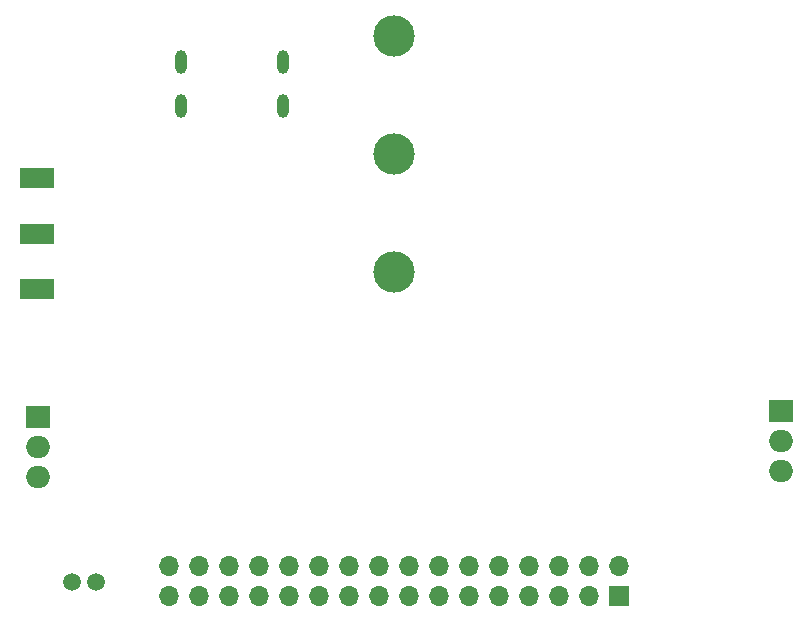
<source format=gbr>
%TF.GenerationSoftware,KiCad,Pcbnew,9.0.0*%
%TF.CreationDate,2025-04-06T21:49:30+02:00*%
%TF.ProjectId,_autosave-Innocent_schematic_without_fuse,5f617574-6f73-4617-9665-2d496e6e6f63,rev?*%
%TF.SameCoordinates,Original*%
%TF.FileFunction,Soldermask,Bot*%
%TF.FilePolarity,Negative*%
%FSLAX46Y46*%
G04 Gerber Fmt 4.6, Leading zero omitted, Abs format (unit mm)*
G04 Created by KiCad (PCBNEW 9.0.0) date 2025-04-06 21:49:30*
%MOMM*%
%LPD*%
G01*
G04 APERTURE LIST*
%ADD10C,3.500000*%
%ADD11C,1.508000*%
%ADD12R,3.000000X1.800000*%
%ADD13R,2.000000X1.905000*%
%ADD14O,2.000000X1.905000*%
%ADD15O,1.000000X2.000000*%
%ADD16R,1.700000X1.700000*%
%ADD17O,1.700000X1.700000*%
G04 APERTURE END LIST*
D10*
%TO.C,H3*%
X146180000Y-71200000D03*
%TD*%
D11*
%TO.C,P2*%
X119000000Y-107500000D03*
X121000000Y-107500000D03*
%TD*%
D12*
%TO.C,SW1*%
X116000000Y-73300000D03*
X116000000Y-78000000D03*
X116000000Y-82700000D03*
%TD*%
D10*
%TO.C,H4*%
X146180000Y-81200000D03*
%TD*%
D13*
%TO.C,Q1*%
X116055000Y-93460000D03*
D14*
X116055000Y-96000000D03*
X116055000Y-98540000D03*
%TD*%
D13*
%TO.C,Q4*%
X179000000Y-93000000D03*
D14*
X179000000Y-95540000D03*
X179000000Y-98080000D03*
%TD*%
D10*
%TO.C,H2*%
X146180000Y-61200000D03*
%TD*%
D15*
%TO.C,J2*%
X136820000Y-67200000D03*
X128180000Y-67200000D03*
X136820000Y-63400000D03*
X128180000Y-63400000D03*
%TD*%
D16*
%TO.C,J1*%
X165230000Y-108665000D03*
D17*
X165230000Y-106125000D03*
X162690000Y-108665000D03*
X162690000Y-106125000D03*
X160150000Y-108665000D03*
X160150000Y-106125000D03*
X157610000Y-108665000D03*
X157610000Y-106125000D03*
X155070000Y-108665000D03*
X155070000Y-106125000D03*
X152530000Y-108665000D03*
X152530000Y-106125000D03*
X149990000Y-108665000D03*
X149990000Y-106125000D03*
X147450000Y-108665000D03*
X147450000Y-106125000D03*
X144910000Y-108665000D03*
X144910000Y-106125000D03*
X142370000Y-108665000D03*
X142370000Y-106125000D03*
X139830000Y-108665000D03*
X139830000Y-106125000D03*
X137290000Y-108665000D03*
X137290000Y-106125000D03*
X134750000Y-108665000D03*
X134750000Y-106125000D03*
X132210000Y-108665000D03*
X132210000Y-106125000D03*
X129670000Y-108665000D03*
X129670000Y-106125000D03*
X127130000Y-108665000D03*
X127130000Y-106125000D03*
%TD*%
M02*

</source>
